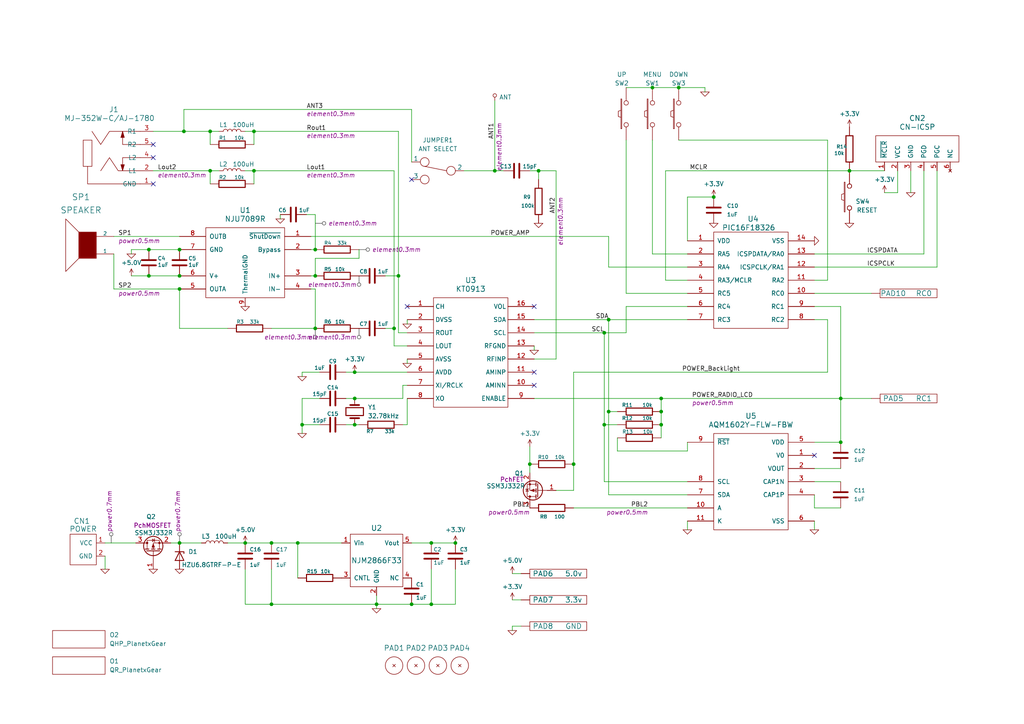
<source format=kicad_sch>
(kicad_sch (version 20230121) (generator eeschema)
  (paper "A4")
  (title_block (title "KT0913_Digital_Radio") (date "2023-10-22") (rev "0.1"))
  (lib_symbols
    (symbol "my_lib:+3.3V" (power) (pin_names (offset 0))
      (property "Value" "+3.3V" (at 0 2.794 0))
      (symbol "+3.3V_0_0"
        (pin power_in line (at 0 0 180) (length 0) hide (name "+3.3V") (number "1"))
      )
    )
    (symbol "my_lib:+5.0V" (power) (pin_names (offset 0))
      (property "Value" "+5.0V" (at 0 2.794 0))
      (symbol "+5.0V_0_0"
        (pin power_in line (at 0 0 180) (length 0) hide (name "+5.0V") (number "1"))
      )
    )
    (symbol "my_lib:ANT" (pin_names (offset 0))
      (property "Value" "ANT" (at 6.35 6.985 0))
      (symbol "ANT_1_0"
        (pin passive line (at 0 0 180) (length 0) hide (name "ANT") (number "1"))
      )
    )
    (symbol "my_lib:C" (pin_numbers hide) (pin_names (offset 0.254))
      (property "Reference" "C" (at 0 2.54 0))
      (property "Value" "C" (at 0.1524 -2.159 0))
      (symbol "C_1_1"
        (pin passive line (at 0 3.81 270) (length 3.048) (name "~") (number "1"))
        (pin passive line (at 0 -3.81 90) (length 3.048) (name "~") (number "2"))
      )
    )
    (symbol "my_lib:CN-1" (pin_numbers hide) (pin_names (offset 1.016) hide)
      (property "Reference" "PAD" (at -24.13 0 0))
      (property "Value" "CN-1" (at -19.05 0 0))
      (symbol "CN-1_1_1"
        (pin passive line (at 0 0 180) (length 2.54) (name "P") (number "1"))
      )
    )
    (symbol "my_lib:CN-ICSP" (pin_names (offset 1.016))
      (property "Reference" "CN" (at -3.81 11.43 0))
      (property "Value" "CN-ICSP" (at -3.81 -15.24 0))
      (symbol "CN-ICSP_1_1"
        (pin passive line (at 2.54 7.62 180) (length 2.54) (name "~{MCLR}") (number "1"))
        (pin power_in line (at 2.54 3.81 180) (length 2.54) (name "VCC") (number "2"))
        (pin power_in line (at 2.54 0 180) (length 2.54) (name "GND") (number "3"))
        (pin passive line (at 2.54 -3.81 180) (length 2.54) (name "PGD") (number "4"))
        (pin passive line (at 2.54 -7.62 180) (length 2.54) (name "PGC") (number "5"))
        (pin no_connect line (at 2.54 -11.43 180) (length 2.54) (name "NC") (number "6"))
      )
    )
    (symbol "my_lib:CN-POWER" (pin_names (offset 1.016))
      (property "Reference" "CN" (at -3.81 3.81 0))
      (property "Value" "CN-POWER" (at -3.81 -7.62 0))
      (symbol "CN-POWER_1_1"
        (pin power_out line (at 2.54 0 180) (length 2.54) (name "VCC") (number "1"))
        (pin power_out line (at 2.54 -3.81 180) (length 2.54) (name "GND") (number "2"))
      )
    )
    (symbol "my_lib:Crystal" (pin_numbers hide) (pin_names (offset 1.016) hide)
      (property "Reference" "Y" (at 0 3.81 0))
      (property "Value" "Crystal" (at 0 -3.81 0))
      (symbol "Crystal_1_1"
        (pin passive line (at -3.81 0 0) (length 1.27) (name "1") (number "1"))
        (pin passive line (at 3.81 0 180) (length 1.27) (name "2") (number "2"))
      )
    )
    (symbol "my_lib:D_Zener" (pin_numbers hide) (pin_names (offset 1.016) hide)
      (property "Reference" "D" (at 0 2.54 0))
      (property "Value" "D_Zener" (at 0 -2.54 0))
      (symbol "D_Zener_1_1"
        (pin passive line (at -3.81 0 0) (length 2.54) (name "K") (number "1"))
        (pin passive line (at 3.81 0 180) (length 2.54) (name "A") (number "2"))
      )
    )
    (symbol "my_lib:GND" (power) (pin_names (offset 0))
      (symbol "GND_1_1"
        (pin power_in line (at 0 0 90) (length 0) hide (name "GND") (number "1"))
      )
    )
    (symbol "my_lib:Jack_EarPhone" (pin_names (offset 1.016))
      (property "Reference" "J" (at 0 16.51 0))
      (property "Value" "Jack_EarPhone" (at 0 13.97 0))
      (symbol "Jack_EarPhone_1_1"
        (pin passive line (at 11.43 7.62 180) (length 3.81) (name "GND") (number "1"))
        (pin passive line (at 11.43 3.81 180) (length 3.81) (name "L1") (number "2"))
        (pin passive line (at 11.43 -7.62 180) (length 3.81) (name "R1") (number "3"))
        (pin passive line (at 11.43 0 180) (length 3.81) (name "L2") (number "4"))
        (pin passive line (at 11.43 -3.81 180) (length 3.81) (name "R2") (number "5"))
      )
    )
    (symbol "my_lib:KT0913"
      (property "Reference" "U" (at 0 15.24 0))
      (property "Value" "KT0913" (at 0 12.7 0))
      (symbol "KT0913_1_1"
        (pin passive line (at -19.05 11.43 0) (length 7.62) (name "CH") (number "1"))
        (pin passive line (at 17.78 -11.43 180) (length 7.62) (name "AMINN") (number "10"))
        (pin passive line (at 17.78 -7.62 180) (length 7.62) (name "AMINP") (number "11"))
        (pin passive line (at 17.78 -3.81 180) (length 7.62) (name "RFINP") (number "12"))
        (pin passive line (at 17.78 0 180) (length 7.62) (name "RFGND") (number "13"))
        (pin bidirectional line (at 17.78 3.81 180) (length 7.62) (name "SCL") (number "14"))
        (pin bidirectional line (at 17.78 7.62 180) (length 7.62) (name "SDA") (number "15"))
        (pin passive line (at 17.78 11.43 180) (length 7.62) (name "VOL") (number "16"))
        (pin power_in line (at -19.05 7.62 0) (length 7.62) (name "DVSS") (number "2"))
        (pin output line (at -19.05 3.81 0) (length 7.62) (name "ROUT") (number "3"))
        (pin output line (at -19.05 0 0) (length 7.62) (name "LOUT") (number "4"))
        (pin power_in line (at -19.05 -3.81 0) (length 7.62) (name "AVSS") (number "5"))
        (pin power_in line (at -19.05 -7.62 0) (length 7.62) (name "AVDD") (number "6"))
        (pin passive line (at -19.05 -11.43 0) (length 7.62) (name "XI/RCLK") (number "7"))
        (pin passive line (at -19.05 -15.24 0) (length 7.62) (name "XO") (number "8"))
        (pin passive line (at 17.78 -15.24 180) (length 7.62) (name "ENABLE") (number "9"))
      )
    )
    (symbol "my_lib:L" (pin_numbers hide) (pin_names (offset 1.016) hide)
      (property "Reference" "L" (at -1.27 0 90))
      (property "Value" "L" (at 1.905 0 90))
      (symbol "L_1_1"
        (pin passive line (at 0 3.81 270) (length 1.27) (name "1") (number "1"))
        (pin passive line (at 0 -3.81 90) (length 1.27) (name "2") (number "2"))
      )
    )
    (symbol "my_lib:LCD_I2C_AQM1602Y-FLW-FBW" (pin_names (offset 1.016))
      (property "Reference" "U" (at -1.27 15.24 0))
      (property "Value" "AQM1602Y-FLW-FBW" (at 0 -16.51 0))
      (symbol "LCD_I2C_AQM1602Y-FLW-FBW_1_1"
        (pin power_in line (at 17.78 7.62 180) (length 7.62) (name "V0") (number "1"))
        (pin input line (at -19.05 -7.62 0) (length 7.62) (name "A") (number "10"))
        (pin input line (at -19.05 -11.43 0) (length 7.62) (name "K") (number "11"))
        (pin output line (at 17.78 3.81 180) (length 7.62) (name "VOUT") (number "2"))
        (pin passive line (at 17.78 0 180) (length 7.62) (name "CAP1N") (number "3"))
        (pin passive line (at 17.78 -3.81 180) (length 7.62) (name "CAP1P") (number "4"))
        (pin power_in line (at 17.78 11.43 180) (length 7.62) (name "VDD") (number "5"))
        (pin power_in line (at 17.78 -11.43 180) (length 7.62) (name "VSS") (number "6"))
        (pin bidirectional line (at -19.05 -3.81 0) (length 7.62) (name "SDA") (number "7"))
        (pin bidirectional line (at -19.05 0 0) (length 7.62) (name "SCL") (number "8"))
        (pin input line (at -19.05 11.43 0) (length 7.62) (name "~{RST}") (number "9"))
      )
      (symbol "LCD_I2C_AQM1602Y-FLW-FBW_1_2"
        (pin bidirectional line (at -19.05 11.43 0) (length 7.62) (name "SDA") (number "1"))
        (pin input line (at 17.78 0 180) (length 7.62) (name "VSS") (number "11"))
        (pin power_in line (at 17.78 11.43 180) (length 7.62) (name "VDD") (number "14"))
        (pin bidirectional line (at -19.05 7.62 0) (length 7.62) (name "SCL") (number "2"))
        (pin output line (at -19.05 -3.81 0) (length 7.62) (name "VOUT") (number "5"))
        (pin passive line (at -19.05 -7.62 0) (length 7.62) (name "CAP-1N") (number "6"))
        (pin passive line (at -19.05 -11.43 0) (length 7.62) (name "CAP+1P") (number "7"))
        (pin input line (at 17.78 -11.43 180) (length 7.62) (name "~{RST}") (number "8"))
        (pin input line (at -19.05 0 0) (length 5.08) (name "NC") (number "9"))
      )
    )
    (symbol "my_lib:NJM2866F33" (pin_names (offset 1.016))
      (property "Reference" "U" (at 0 11.43 0))
      (property "Value" "NJM2866F33" (at 0 0 0))
      (symbol "NJM2866F33_1_1"
        (pin power_in line (at -10.16 5.08 0) (length 2.54) (name "Vin") (number "1"))
        (pin power_in line (at 0 -10.16 90) (length 2.54) (name "GND") (number "2"))
        (pin passive line (at -10.16 -5.08 0) (length 2.54) (name "CNTL") (number "3"))
        (pin passive line (at 10.16 -5.08 180) (length 2.54) (name "NC") (number "4"))
        (pin power_out line (at 10.16 5.08 180) (length 2.54) (name "Vout") (number "5"))
      )
    )
    (symbol "my_lib:NJU7089R" (pin_names (offset 1.016))
      (property "Reference" "U" (at 0 13.97 0))
      (property "Value" "NJU7089R" (at 0 11.43 0))
      (symbol "NJU7089R_1_1"
        (pin passive line (at -19.05 7.62 0) (length 7.62) (name "~{ShutDown}") (number "1"))
        (pin passive line (at -19.05 3.81 0) (length 7.62) (name "Bypass") (number "2"))
        (pin input line (at -19.05 -3.81 0) (length 7.62) (name "IN+") (number "3"))
        (pin input line (at -19.05 -7.62 0) (length 7.62) (name "IN-") (number "4"))
        (pin output line (at 19.05 -7.62 180) (length 7.62) (name "OUTA") (number "5"))
        (pin power_in line (at 19.05 -3.81 180) (length 7.62) (name "V+") (number "6"))
        (pin power_in line (at 19.05 3.81 180) (length 7.62) (name "GND") (number "7"))
        (pin output line (at 19.05 7.62 180) (length 7.62) (name "OUTB") (number "8"))
        (pin power_in line (at 0 -12.7 90) (length 2.54) (name "ThermalGND") (number "9"))
      )
      (symbol "NJU7089R_1_2"
        (pin power_in line (at -19.05 12.7 0) (length 7.62) (name "VDD") (number "1"))
        (pin bidirectional line (at -19.05 5.08 0) (length 7.62) (name "RA5") (number "2"))
        (pin bidirectional line (at -19.05 -5.08 0) (length 7.62) (name "RA4") (number "3"))
        (pin bidirectional line (at -19.05 -12.7 0) (length 7.62) (name "RA3/MCLR/Vpp") (number "4"))
        (pin bidirectional line (at 17.78 -12.7 180) (length 7.62) (name "RA2") (number "5"))
        (pin bidirectional line (at 17.78 -5.08 180) (length 7.62) (name "ICSPCLK/RA1") (number "6"))
        (pin bidirectional line (at 17.78 5.08 180) (length 7.62) (name "ICSPDAT/RA0") (number "7"))
        (pin power_in line (at 17.78 12.7 180) (length 7.62) (name "VSS") (number "8"))
      )
    )
    (symbol "my_lib:PAD" (pin_numbers hide) (pin_names (offset 1.016) hide)
      (property "Reference" "PAD" (at 0 3.81 0))
      (symbol "PAD_1_1"
        (pin no_connect line (at 0 0 180) (length 0) (name "~") (number "1"))
      )
    )
    (symbol "my_lib:PIC16F18326" (pin_names (offset 1.016))
      (property "Reference" "U" (at -1.27 15.24 0))
      (property "Value" "PIC16F18326" (at 0 -16.51 0))
      (symbol "PIC16F18326_1_1"
        (pin power_in line (at -19.05 11.43 0) (length 7.62) (name "VDD") (number "1"))
        (pin bidirectional line (at 17.78 -3.81 180) (length 7.62) (name "RC0") (number "10"))
        (pin bidirectional line (at 17.78 0 180) (length 7.62) (name "RA2") (number "11"))
        (pin bidirectional line (at 17.78 3.81 180) (length 7.62) (name "ICSPCLK/RA1") (number "12"))
        (pin bidirectional line (at 17.78 7.62 180) (length 7.62) (name "ICSPDATA/RA0") (number "13"))
        (pin power_in line (at 17.78 11.43 180) (length 7.62) (name "VSS") (number "14"))
        (pin bidirectional line (at -19.05 7.62 0) (length 7.62) (name "RA5") (number "2"))
        (pin bidirectional line (at -19.05 3.81 0) (length 7.62) (name "RA4") (number "3"))
        (pin bidirectional line (at -19.05 0 0) (length 7.62) (name "RA3/MCLR") (number "4"))
        (pin bidirectional line (at -19.05 -3.81 0) (length 7.62) (name "RC5") (number "5"))
        (pin bidirectional line (at -19.05 -7.62 0) (length 7.62) (name "RC4") (number "6"))
        (pin bidirectional line (at -19.05 -11.43 0) (length 7.62) (name "RC3") (number "7"))
        (pin bidirectional line (at 17.78 -11.43 180) (length 7.62) (name "RC2") (number "8"))
        (pin bidirectional line (at 17.78 -7.62 180) (length 7.62) (name "RC1") (number "9"))
      )
      (symbol "PIC16F18326_1_2"
        (pin power_in line (at -19.05 11.43 0) (length 7.62) (name "VDD") (number "1"))
        (pin bidirectional line (at 17.78 -3.81 180) (length 7.62) (name "RC0") (number "10"))
        (pin bidirectional line (at 17.78 0 180) (length 7.62) (name "RA2") (number "11"))
        (pin bidirectional line (at 17.78 3.81 180) (length 7.62) (name "ICSPCLK/RA1") (number "12"))
        (pin bidirectional line (at 17.78 7.62 180) (length 7.62) (name "ICSPDATA/RA0") (number "13"))
        (pin power_in line (at 17.78 11.43 180) (length 7.62) (name "VSS") (number "14"))
        (pin bidirectional line (at -19.05 7.62 0) (length 7.62) (name "RA5") (number "2"))
        (pin bidirectional line (at -19.05 3.81 0) (length 7.62) (name "RA4") (number "3"))
        (pin bidirectional line (at -19.05 0 0) (length 7.62) (name "RA3/MCLR") (number "4"))
        (pin bidirectional line (at -19.05 -3.81 0) (length 7.62) (name "RC5") (number "5"))
        (pin bidirectional line (at -19.05 -7.62 0) (length 7.62) (name "RC4") (number "6"))
        (pin bidirectional line (at -19.05 -11.43 0) (length 7.62) (name "RC3") (number "7"))
        (pin bidirectional line (at 17.78 -11.43 180) (length 7.62) (name "RC2") (number "8"))
        (pin bidirectional line (at 17.78 -7.62 180) (length 7.62) (name "RC1") (number "9"))
      )
    )
    (symbol "my_lib:QHP_PlanetxGear" (pin_names (offset 1.016))
      (property "Reference" "O" (at 0 1.27 0))
      (property "Value" "QHP_PlanetxGear" (at 0 -1.27 0))
    )
    (symbol "my_lib:QR_PlanetxGear" (pin_names (offset 1.016))
      (property "Reference" "O" (at 0 1.27 0))
      (property "Value" "QR_PlanetxGear" (at 0 -1.27 0))
    )
    (symbol "my_lib:Q_PMOS_GSD_2" (pin_names (offset 0) hide)
      (property "Reference" "Q" (at 5.08 1.27 0))
      (property "Value" "Q_PMOS_GSD" (at 5.08 -1.27 0))
      (symbol "Q_PMOS_GSD_2_1_1"
        (pin input line (at -5.08 0 0) (length 2.54) (name "G") (number "1"))
        (pin passive line (at 2.54 -5.08 90) (length 2.54) (name "S") (number "2"))
        (pin passive line (at 2.54 5.08 270) (length 2.54) (name "D") (number "3"))
      )
    )
    (symbol "my_lib:R" (pin_numbers hide) (pin_names (offset 0))
      (property "Reference" "R" (at -2.54 0 90))
      (property "Value" "R" (at 0 0 90))
      (symbol "R_1_1"
        (pin passive line (at 0 -6.35 90) (length 2.54) (name "~") (number "1"))
        (pin passive line (at 0 6.35 270) (length 2.54) (name "~") (number "2"))
      )
    )
    (symbol "my_lib:SPEAKER" (pin_numbers hide) (pin_names (offset 0))
      (property "Reference" "SP" (at -2.54 6.35 0))
      (property "Value" "SPEAKER" (at -2.54 -6.35 0))
      (symbol "SPEAKER_1_1"
        (pin passive line (at -7.62 2.54 0) (length 5.08) (name "1") (number "1"))
        (pin passive line (at -7.62 -2.54 0) (length 5.08) (name "2") (number "2"))
      )
    )
    (symbol "my_lib:SWITCH_INV_small2" (pin_numbers hide) (pin_names (offset 0))
      (property "Reference" "SW" (at -5.08 3.81 0))
      (property "Value" "SWITCH_INV" (at -3.81 -3.81 0))
      (symbol "SWITCH_INV_small2_1_1"
        (pin passive line (at 7.62 2.54 180) (length 2.54) (name "1") (number "1"))
        (pin passive line (at -7.62 0 0) (length 2.54) (name "2") (number "2"))
        (pin passive line (at 7.62 -2.54 180) (length 2.54) (name "3") (number "3"))
      )
    )
    (symbol "my_lib:SW_PUSH" (pin_numbers hide) (pin_names (offset 1.016) hide)
      (property "Reference" "SW" (at 3.81 2.794 0))
      (property "Value" "SW_PUSH" (at 0 -2.032 0))
      (symbol "SW_PUSH_0_1"
        (pin passive inverted (at -7.62 0 0) (length 5.08) (name "1") (number "1"))
        (pin passive inverted (at 7.62 0 180) (length 5.08) (name "2") (number "2"))
      )
    )
  )
  (junction (at 43.18 72.39))
  (junction (at 196.85 25.4))
  (junction (at 73.66 49.53))
  (junction (at 78.74 157.48))
  (junction (at 176.53 119.38))
  (junction (at 243.84 128.27))
  (junction (at 153.67 134.62))
  (junction (at 175.26 123.19))
  (junction (at 86.36 157.48))
  (junction (at 73.66 38.1))
  (junction (at 156.21 49.53))
  (junction (at 91.44 80.01))
  (junction (at 60.96 38.1))
  (junction (at 191.77 119.38))
  (junction (at 52.07 83.82))
  (junction (at 119.38 175.26))
  (junction (at 132.08 157.48))
  (junction (at 53.34 38.1))
  (junction (at 176.53 92.71))
  (junction (at 109.22 175.26))
  (junction (at 191.77 123.19))
  (junction (at 43.18 80.01))
  (junction (at 143.51 49.53))
  (junction (at 102.87 107.95))
  (junction (at 125.095 157.48))
  (junction (at 60.96 49.53))
  (junction (at 207.01 57.15))
  (junction (at 52.07 157.48))
  (junction (at 71.12 157.48))
  (junction (at 189.23 25.4))
  (junction (at 87.63 123.19))
  (junction (at 52.07 80.01))
  (junction (at 125.095 175.26))
  (junction (at 246.38 49.53))
  (junction (at 52.07 72.39))
  (junction (at 78.74 175.26))
  (junction (at 91.44 72.39))
  (junction (at 243.84 115.57))
  (junction (at 175.26 96.52))
  (junction (at 102.87 123.19))
  (junction (at 191.77 115.57))
  (junction (at 166.37 134.62))
  (junction (at 91.44 95.25))
  (junction (at 102.87 115.57))
  (junction (at 114.3 95.25))
  (junction (at 115.57 80.01))
  (no_connect (at 44.45 53.34))
  (no_connect (at 119.38 52.07))
  (no_connect (at 154.94 88.9))
  (no_connect (at 44.45 45.72))
  (no_connect (at 118.11 88.9))
  (no_connect (at 154.94 107.95))
  (no_connect (at 44.45 41.91))
  (no_connect (at 236.22 132.08))
  (no_connect (at 154.94 111.76))
  (wire (pts (xy 60.96 38.1) (xy 63.5 38.1)))
  (wire (pts (xy 71.12 157.48) (xy 78.74 157.48)))
  (wire (pts (xy 181.61 40.64) (xy 181.61 85.09)))
  (wire (pts (xy 102.87 107.95) (xy 118.11 107.95)))
  (wire (pts (xy 154.94 92.71) (xy 176.53 92.71)))
  (wire (pts (xy 125.095 165.1) (xy 125.095 175.26)))
  (wire (pts (xy 116.84 123.19) (xy 118.11 123.19)))
  (wire (pts (xy 236.22 73.66) (xy 267.97 73.66)))
  (wire (pts (xy 236.22 139.7) (xy 243.84 139.7)))
  (wire (pts (xy 240.03 92.71) (xy 240.03 107.95)))
  (wire (pts (xy 38.1 73.66) (xy 38.1 72.39)))
  (wire (pts (xy 132.08 175.26) (xy 125.095 175.26)))
  (wire (pts (xy 196.85 25.4) (xy 204.47 25.4)))
  (wire (pts (xy 111.76 80.01) (xy 115.57 80.01)))
  (wire (pts (xy 153.67 49.53) (xy 156.21 49.53)))
  (wire (pts (xy 78.74 175.26) (xy 71.12 175.26)))
  (wire (pts (xy 119.38 157.48) (xy 125.095 157.48)))
  (wire (pts (xy 116.84 111.76) (xy 118.11 111.76)))
  (wire (pts (xy 166.37 107.95) (xy 166.37 134.62)))
  (wire (pts (xy 53.34 31.75) (xy 53.34 38.1)))
  (wire (pts (xy 260.35 49.53) (xy 260.35 55.88)))
  (wire (pts (xy 271.78 49.53) (xy 271.78 77.47)))
  (wire (pts (xy 236.22 128.27) (xy 243.84 128.27)))
  (wire (pts (xy 176.53 92.71) (xy 176.53 119.38)))
  (wire (pts (xy 161.29 142.24) (xy 166.37 142.24)))
  (wire (pts (xy 156.21 49.53) (xy 156.21 52.07)))
  (wire (pts (xy 236.22 77.47) (xy 271.78 77.47)))
  (wire (pts (xy 73.66 49.53) (xy 73.66 53.34)))
  (wire (pts (xy 175.26 139.7) (xy 199.39 139.7)))
  (wire (pts (xy 153.67 129.54) (xy 153.67 134.62)))
  (wire (pts (xy 193.04 81.28) (xy 199.39 81.28)))
  (wire (pts (xy 125.095 157.48) (xy 132.08 157.48)))
  (wire (pts (xy 118.11 104.14) (xy 118.11 105.41)))
  (wire (pts (xy 176.53 143.51) (xy 199.39 143.51)))
  (wire (pts (xy 109.22 175.26) (xy 119.38 175.26)))
  (wire (pts (xy 111.76 95.25) (xy 114.3 95.25)))
  (wire (pts (xy 236.22 135.89) (xy 243.84 135.89)))
  (wire (pts (xy 87.63 109.22) (xy 87.63 107.95)))
  (wire (pts (xy 243.84 88.9) (xy 243.84 115.57)))
  (wire (pts (xy 88.9 62.23) (xy 91.44 62.23)))
  (wire (pts (xy 176.53 119.38) (xy 179.07 119.38)))
  (wire (pts (xy 154.94 115.57) (xy 191.77 115.57)))
  (wire (pts (xy 151.13 181.61) (xy 148.59 181.61)))
  (wire (pts (xy 78.74 157.48) (xy 86.36 157.48)))
  (wire (pts (xy 52.07 95.25) (xy 66.04 95.25)))
  (wire (pts (xy 132.08 165.1) (xy 132.08 175.26)))
  (wire (pts (xy 38.1 72.39) (xy 43.18 72.39)))
  (wire (pts (xy 134.62 49.53) (xy 143.51 49.53)))
  (wire (pts (xy 100.33 123.19) (xy 102.87 123.19)))
  (wire (pts (xy 179.07 130.81) (xy 179.07 127)))
  (wire (pts (xy 189.23 25.4) (xy 196.85 25.4)))
  (wire (pts (xy 53.34 38.1) (xy 60.96 38.1)))
  (wire (pts (xy 73.66 49.53) (xy 114.3 49.53)))
  (wire (pts (xy 87.63 123.19) (xy 92.71 123.19)))
  (wire (pts (xy 148.59 173.99) (xy 151.13 173.99)))
  (wire (pts (xy 90.17 80.01) (xy 91.44 80.01)))
  (wire (pts (xy 116.84 111.76) (xy 116.84 115.57)))
  (wire (pts (xy 204.47 25.4) (xy 204.47 26.67)))
  (wire (pts (xy 236.22 151.13) (xy 236.22 153.67)))
  (wire (pts (xy 71.12 49.53) (xy 73.66 49.53)))
  (wire (pts (xy 176.53 92.71) (xy 199.39 92.71)))
  (wire (pts (xy 52.07 157.48) (xy 58.42 157.48)))
  (wire (pts (xy 109.22 175.26) (xy 78.74 175.26)))
  (wire (pts (xy 161.29 104.14) (xy 154.94 104.14)))
  (wire (pts (xy 175.26 123.19) (xy 175.26 139.7)))
  (wire (pts (xy 119.38 31.75) (xy 53.34 31.75)))
  (wire (pts (xy 60.96 53.34) (xy 60.96 49.53)))
  (wire (pts (xy 115.57 96.52) (xy 118.11 96.52)))
  (wire (pts (xy 246.38 49.53) (xy 256.54 49.53)))
  (wire (pts (xy 33.02 73.66) (xy 33.02 83.82)))
  (wire (pts (xy 91.44 74.93) (xy 91.44 80.01)))
  (wire (pts (xy 175.26 123.19) (xy 179.07 123.19)))
  (wire (pts (xy 191.77 115.57) (xy 191.77 119.38)))
  (wire (pts (xy 199.39 130.81) (xy 179.07 130.81)))
  (wire (pts (xy 73.66 38.1) (xy 115.57 38.1)))
  (wire (pts (xy 87.63 107.95) (xy 92.71 107.95)))
  (wire (pts (xy 199.39 151.13) (xy 199.39 153.67)))
  (wire (pts (xy 236.22 85.09) (xy 252.73 85.09)))
  (wire (pts (xy 92.71 115.57) (xy 87.63 115.57)))
  (wire (pts (xy 49.53 157.48) (xy 52.07 157.48)))
  (wire (pts (xy 109.22 172.72) (xy 109.22 175.26)))
  (wire (pts (xy 260.35 55.88) (xy 256.54 55.88)))
  (wire (pts (xy 38.1 80.01) (xy 43.18 80.01)))
  (wire (pts (xy 102.87 123.19) (xy 104.14 123.19)))
  (wire (pts (xy 176.53 68.58) (xy 176.53 77.47)))
  (wire (pts (xy 166.37 107.95) (xy 240.03 107.95)))
  (wire (pts (xy 100.33 115.57) (xy 102.87 115.57)))
  (wire (pts (xy 114.3 100.33) (xy 118.11 100.33)))
  (wire (pts (xy 243.84 115.57) (xy 243.84 128.27)))
  (wire (pts (xy 199.39 69.85) (xy 199.39 57.15)))
  (wire (pts (xy 236.22 92.71) (xy 240.03 92.71)))
  (wire (pts (xy 154.94 96.52) (xy 175.26 96.52)))
  (wire (pts (xy 267.97 49.53) (xy 267.97 73.66)))
  (wire (pts (xy 264.16 49.53) (xy 264.16 55.88)))
  (wire (pts (xy 43.18 72.39) (xy 52.07 72.39)))
  (wire (pts (xy 71.12 165.1) (xy 71.12 175.26)))
  (wire (pts (xy 71.12 38.1) (xy 73.66 38.1)))
  (wire (pts (xy 193.04 49.53) (xy 193.04 81.28)))
  (wire (pts (xy 115.57 80.01) (xy 115.57 96.52)))
  (wire (pts (xy 90.17 83.82) (xy 91.44 83.82)))
  (wire (pts (xy 115.57 38.1) (xy 115.57 80.01)))
  (wire (pts (xy 148.59 181.61) (xy 148.59 182.88)))
  (wire (pts (xy 161.29 49.53) (xy 161.29 104.14)))
  (wire (pts (xy 166.37 142.24) (xy 166.37 134.62)))
  (wire (pts (xy 43.18 80.01) (xy 52.07 80.01)))
  (wire (pts (xy 87.63 115.57) (xy 87.63 123.19)))
  (wire (pts (xy 66.04 157.48) (xy 71.12 157.48)))
  (wire (pts (xy 181.61 88.9) (xy 199.39 88.9)))
  (wire (pts (xy 153.67 134.62) (xy 153.67 137.16)))
  (wire (pts (xy 44.45 38.1) (xy 53.34 38.1)))
  (wire (pts (xy 33.02 68.58) (xy 52.07 68.58)))
  (wire (pts (xy 30.48 161.29) (xy 30.48 165.1)))
  (wire (pts (xy 100.33 107.95) (xy 102.87 107.95)))
  (wire (pts (xy 91.44 74.93) (xy 104.14 74.93)))
  (wire (pts (xy 175.26 96.52) (xy 175.26 123.19)))
  (wire (pts (xy 240.03 81.28) (xy 236.22 81.28)))
  (wire (pts (xy 193.04 49.53) (xy 246.38 49.53)))
  (wire (pts (xy 109.22 175.26) (xy 109.22 176.53)))
  (wire (pts (xy 119.38 46.99) (xy 119.38 31.75)))
  (wire (pts (xy 199.39 57.15) (xy 207.01 57.15)))
  (wire (pts (xy 102.87 115.57) (xy 116.84 115.57)))
  (wire (pts (xy 90.17 72.39) (xy 91.44 72.39)))
  (wire (pts (xy 143.51 49.53) (xy 146.05 49.53)))
  (wire (pts (xy 73.66 38.1) (xy 73.66 41.91)))
  (wire (pts (xy 91.44 72.39) (xy 91.44 62.23)))
  (wire (pts (xy 181.61 25.4) (xy 189.23 25.4)))
  (wire (pts (xy 87.63 123.19) (xy 87.63 125.73)))
  (wire (pts (xy 191.77 123.19) (xy 191.77 127)))
  (wire (pts (xy 118.11 92.71) (xy 118.11 93.98)))
  (wire (pts (xy 156.21 49.53) (xy 161.29 49.53)))
  (wire (pts (xy 176.53 119.38) (xy 176.53 143.51)))
  (wire (pts (xy 236.22 147.32) (xy 243.84 147.32)))
  (wire (pts (xy 191.77 115.57) (xy 243.84 115.57)))
  (wire (pts (xy 154.94 100.33) (xy 154.94 101.6)))
  (wire (pts (xy 114.3 95.25) (xy 114.3 100.33)))
  (wire (pts (xy 148.59 166.37) (xy 151.13 166.37)))
  (wire (pts (xy 196.85 40.64) (xy 240.03 40.64)))
  (wire (pts (xy 236.22 143.51) (xy 236.22 147.32)))
  (wire (pts (xy 176.53 77.47) (xy 199.39 77.47)))
  (wire (pts (xy 52.07 83.82) (xy 52.07 95.25)))
  (wire (pts (xy 143.51 29.21) (xy 143.51 49.53)))
  (wire (pts (xy 243.84 115.57) (xy 252.73 115.57)))
  (wire (pts (xy 91.44 83.82) (xy 91.44 95.25)))
  (wire (pts (xy 104.14 74.93) (xy 104.14 72.39)))
  (wire (pts (xy 118.11 115.57) (xy 118.11 123.19)))
  (wire (pts (xy 86.36 157.48) (xy 99.06 157.48)))
  (wire (pts (xy 86.36 157.48) (xy 86.36 167.64)))
  (wire (pts (xy 60.96 49.53) (xy 63.5 49.53)))
  (wire (pts (xy 81.28 62.23) (xy 81.28 63.5)))
  (wire (pts (xy 78.74 95.25) (xy 91.44 95.25)))
  (wire (pts (xy 44.45 49.53) (xy 60.96 49.53)))
  (wire (pts (xy 166.37 147.32) (xy 199.39 147.32)))
  (wire (pts (xy 33.02 83.82) (xy 52.07 83.82)))
  (wire (pts (xy 125.095 175.26) (xy 119.38 175.26)))
  (wire (pts (xy 175.26 96.52) (xy 181.61 96.52)))
  (wire (pts (xy 240.03 40.64) (xy 240.03 81.28)))
  (wire (pts (xy 90.17 68.58) (xy 176.53 68.58)))
  (wire (pts (xy 181.61 85.09) (xy 199.39 85.09)))
  (wire (pts (xy 236.22 88.9) (xy 243.84 88.9)))
  (wire (pts (xy 181.61 96.52) (xy 181.61 88.9)))
  (wire (pts (xy 189.23 40.64) (xy 189.23 73.66)))
  (wire (pts (xy 199.39 128.27) (xy 199.39 130.81)))
  (wire (pts (xy 189.23 73.66) (xy 199.39 73.66)))
  (wire (pts (xy 114.3 49.53) (xy 114.3 95.25)))
  (wire (pts (xy 78.74 165.1) (xy 78.74 175.26)))
  (wire (pts (xy 191.77 119.38) (xy 191.77 123.19)))
  (wire (pts (xy 30.48 157.48) (xy 39.37 157.48)))
  (wire (pts (xy 60.96 38.1) (xy 60.96 41.91)))
  (label "ANT1" (at 143.51 35.56 270) (property "Netclass" "element0.3mm" (at 144.78 35.56 90) (effects (font italic) (justify right))))
  (label "Lout2" (at 45.72 49.53 0) (property "Netclass" "element0.3mm" (at 45.72 50.8 0) (effects (font italic) (justify left))))
  (label "PBL1" (at 153.67 147.32 180) (property "Netclass" "power0.5mm" (at 153.67 148.59 0) (effects (font italic) (justify right))))
  (label "Lout1" (at 88.9 49.53 0) (property "Netclass" "element0.3mm" (at 88.9 50.8 0) (effects (font italic) (justify left))))
  (label "PBL2" (at 187.96 147.32 180) (property "Netclass" "power0.5mm" (at 187.96 148.59 0) (effects (font italic) (justify right))))
  (label "ICSPDATA" (at 251.46 73.66 0))
  (label "SCL" (at 175.26 96.52 180))
  (label "SP1" (at 34.29 68.58 0) (property "Netclass" "power0.5mm" (at 34.29 69.85 0) (effects (font italic) (justify left))))
  (label "Rout1" (at 88.9 38.1 0) (property "Netclass" "element0.3mm" (at 88.9 39.37 0) (effects (font italic) (justify left))))
  (label "ANT3" (at 88.9 31.75 0) (property "Netclass" "element0.3mm" (at 88.9 33.02 0) (effects (font italic) (justify left))))
  (label "POWER_AMP" (at 142.24 68.58 0))
  (label "POWER_BackLight" (at 214.63 107.95 180))
  (label "ANT2" (at 161.29 57.15 270) (property "Netclass" "element0.3mm" (at 162.56 57.15 90) (effects (font italic) (justify right))))
  (label "SP2" (at 34.29 83.82 0) (property "Netclass" "power0.5mm" (at 34.29 85.09 0) (effects (font italic) (justify left))))
  (label "SDA" (at 176.53 92.71 180))
  (label "POWER_RADIO_LCD" (at 200.66 115.57 0) (property "Netclass" "power0.5mm" (at 200.66 116.84 0) (effects (font italic) (justify left))))
  (label "ICSPCLK" (at 251.46 77.47 0))
  (label "MCLR" (at 200.025 49.53 0))
  (netclass_flag "" (length 2.54) (shape round) (at 91.44 95.25 180) (property "Netclass" "element0.3mm" (at 90.7415 97.79 0) (effects (font italic) (justify right))))
  (netclass_flag "" (length 2.54) (shape round) (at 91.44 64.77 270) (property "Netclass" "element0.3mm" (at 95.25 64.77 0) (effects (font italic) (justify left))))
  (netclass_flag "" (length 2.54) (shape round) (at 32.258 157.48 0) (property "Netclass" "power0.7mm" (at 31.75 142.24 90) (effects (font italic) (justify right))))
  (netclass_flag "" (length 2.54) (shape round) (at 104.14 95.25 180) (property "Netclass" "element0.3mm" (at 103.4415 97.79 0) (effects (font italic) (justify right))))
  (netclass_flag "" (length 2.54) (shape round) (at 104.14 80.01 180) (property "Netclass" "element0.3mm" (at 103.4415 82.55 0) (effects (font italic) (justify right))))
  (netclass_flag "" (length 2.54) (shape round) (at 104.14 72.39 270) (property "Netclass" "element0.3mm" (at 107.95 72.39 0) (effects (font italic) (justify left))))
  (netclass_flag "" (length 2.54) (shape round) (at 52.07 157.48 0) (property "Netclass" "power0.7mm" (at 51.562 142.24 90) (effects (font italic) (justify right))))
  (symbol (lib_id "my_lib:NJU7089R") (at 71.12 76.2 0) (mirror y) (unit 1)
    (property "Reference" "U1" (at 71.12 60.96 0) (effects (font (size 1.524 1.524))))
    (property "Value" "NJU7089R" (at 71.12 63.5 0) (effects (font (size 1.524 1.524))))
    (property "Footprint" "lib:MSOP-8_3x3mm_P0.65mm_EP1.8x2.6mm_ThermalVias" (effects hide))
  )
  (symbol (lib_id "my_lib:D_Zener") (at 52.07 161.29 270) (unit 1)
    (property "Reference" "D1" (at 54.61 160.02 90) (effects (justify left)))
    (property "Value" "HZU6.8GTRF-P-E" (at 52.705 163.83 90) (effects (justify left)))
    (property "Footprint" "lib:SC-76A" (effects hide))
  )
  (symbol (lib_id "my_lib:L") (at 67.31 49.53 90) (unit 1)
    (property "Reference" "L2" (at 64.77 47.625 90))
    (property "Value" "100uH" (at 70.612 47.625 90))
    (property "Footprint" "lib:L4_MU9mm" (effects hide))
  )
  (symbol (lib_id "my_lib:QR_PlanetxGear") (at 22.86 193.04 0) (unit 1)
    (property "Reference" "O1" (at 31.75 191.77 0) (effects (justify left)))
    (property "Value" "QR_PlanetxGear" (at 31.75 194.31 0) (effects (justify left)))
    (property "Footprint" "lib:QR_PlanetxGear" (effects hide))
  )
  (symbol (lib_id "my_lib:R") (at 160.02 147.32 90) (mirror x) (unit 1)
    (property "Reference" "R8" (at 158.75 149.86 90) (effects (font (size 1.016 1.016)) (justify left)))
    (property "Value" "100" (at 163.83 149.86 90) (effects (font (size 1.016 1.016)) (justify left)))
    (property "Footprint" "lib:R4_MU8mm" (effects hide))
  )
  (symbol (lib_id "my_lib:GND") (at 199.39 153.67 0) (unit 1)
    (property "Reference" "#PWR021" (effects hide))
    (property "Value" "GND" (effects hide))
  )
  (symbol (lib_id "my_lib:CN-1") (at 252.73 85.09 0) (mirror y) (unit 1)
    (property "Reference" "PAD10" (at 259.08 85.09 0) (effects (font (size 1.524 1.524))))
    (property "Value" "RC0" (at 267.97 85.09 0) (effects (font (size 1.524 1.524))))
    (property "Footprint" "lib:PAD1mmX2m" (effects hide))
  )
  (symbol (lib_id "my_lib:SW_PUSH") (at 189.23 33.02 90) (unit 1)
    (property "Reference" "SW1" (at 189.23 24.13 90))
    (property "Value" "MENU" (at 189.23 21.59 90))
    (property "Footprint" "lib:SW_PUSH-6mm_AK" (effects hide))
  )
  (symbol (lib_id "my_lib:SW_PUSH") (at 181.61 33.02 90) (unit 1)
    (property "Reference" "SW2" (at 180.34 24.13 90))
    (property "Value" "UP" (at 180.34 21.59 90))
    (property "Footprint" "lib:SW_PUSH-6mm_AK" (effects hide))
  )
  (symbol (lib_id "my_lib:C") (at 78.74 161.29 0) (unit 1)
    (property "Reference" "C17" (at 80.01 159.385 0) (effects (font (size 1.0922 1.0922)) (justify left)))
    (property "Value" "1uF" (at 80.01 163.83 0) (effects (font (size 1.0922 1.0922)) (justify left)))
    (property "Footprint" "lib:SMD_0603_1608_MU_HandSolder" (effects hide))
  )
  (symbol (lib_id "my_lib:PAD") (at 120.65 193.04 0) (unit 1)
    (property "Reference" "PAD2" (at 120.65 187.96 0) (effects (font (size 1.524 1.524))))
    (property "Value" "PAD" (effects hide))
    (property "Footprint" "lib:PAD3mmX5mm" (effects hide))
  )
  (symbol (lib_id "my_lib:C") (at 243.84 143.51 0) (unit 1)
    (property "Reference" "C11" (at 247.65 142.2399 0) (effects (font (size 1.0922 1.0922)) (justify left)))
    (property "Value" "1uF" (at 247.65 144.7799 0) (effects (font (size 1.0922 1.0922)) (justify left)))
    (property "Footprint" "lib:SMD_0603_1608_MU_HandSolder" (effects hide))
  )
  (symbol (lib_id "my_lib:C") (at 43.18 76.2 0) (unit 1)
    (property "Reference" "C4" (at 45.72 74.93 0) (effects (font (size 1.0922 1.0922)) (justify left)))
    (property "Value" "1uF" (at 45.72 76.835 0) (effects (font (size 1.0922 1.0922)) (justify left)))
    (property "Footprint" "lib:SMD_0603_1608_MU_HandSolder" (effects hide))
  )
  (symbol (lib_id "my_lib:Crystal") (at 102.87 119.38 90) (unit 1)
    (property "Reference" "Y1" (at 106.68 118.11 90) (effects (justify right)))
    (property "Value" "32.78kHz" (at 106.68 120.65 90) (effects (justify right)))
    (property "Footprint" "lib:X_TAL_VT200" (effects hide))
  )
  (symbol (lib_id "my_lib:R") (at 67.31 41.91 270) (unit 1)
    (property "Reference" "R1" (at 63.5 40.005 90) (effects (font (size 1.016 1.016)) (justify left)))
    (property "Value" "10k" (at 67.945 40.005 90) (effects (font (size 1.016 1.016)) (justify left)))
    (property "Footprint" "lib:SMD_0603_1608_MU_HandSolder" (effects hide))
  )
  (symbol (lib_id "my_lib:+3.3V") (at 207.01 57.15 0) (unit 1)
    (property "Reference" "#PWR019" (effects hide))
    (property "Value" "+3.3V" (at 207.01 53.34 0))
  )
  (symbol (lib_id "my_lib:C") (at 107.95 95.25 270) (mirror x) (unit 1)
    (property "Reference" "C7" (at 105.41 93.98 90) (effects (font (size 1.0922 1.0922))))
    (property "Value" "1uF" (at 111.125 93.98 90) (effects (font (size 1.0922 1.0922))))
    (property "Footprint" "lib:SMD_0603_1608_MU_HandSolder" (effects hide))
  )
  (symbol (lib_id "my_lib:R") (at 185.42 119.38 90) (unit 1)
    (property "Reference" "R11" (at 183.515 117.475 90) (effects (font (size 1.016 1.016)) (justify left)))
    (property "Value" "10k" (at 189.23 117.475 90) (effects (font (size 1.016 1.016)) (justify left)))
    (property "Footprint" "lib:SMD_0603_1608_MU_HandSolder" (effects hide))
  )
  (symbol (lib_id "my_lib:C") (at 71.12 161.29 0) (unit 1)
    (property "Reference" "C16" (at 72.39 159.385 0) (effects (font (size 1.0922 1.0922)) (justify left)))
    (property "Value" "1uF" (at 72.39 163.83 0) (effects (font (size 1.0922 1.0922)) (justify left)))
    (property "Footprint" "lib:SMD_0603_1608_MU_HandSolder" (effects hide))
  )
  (symbol (lib_id "my_lib:C") (at 207.01 60.96 0) (unit 1)
    (property "Reference" "C10" (at 210.82 59.6899 0) (effects (font (size 1.0922 1.0922)) (justify left)))
    (property "Value" "1uF" (at 210.82 62.2299 0) (effects (font (size 1.0922 1.0922)) (justify left)))
    (property "Footprint" "lib:SMD_0603_1608_MU_HandSolder" (effects hide))
  )
  (symbol (lib_id "my_lib:C") (at 96.52 115.57 90) (unit 1)
    (property "Reference" "C14" (at 96.52 112.395 90) (effects (font (size 1.0922 1.0922))))
    (property "Value" "15pF" (at 92.71 114.3 90) (effects (font (size 1.0922 1.0922))))
    (property "Footprint" "lib:C2_MU5mm" (effects hide))
  )
  (symbol (lib_id "my_lib:GND") (at 118.11 105.41 0) (unit 1)
    (property "Reference" "#PWR012" (effects hide))
    (property "Value" "GND" (effects hide))
  )
  (symbol (lib_id "my_lib:+3.3V") (at 102.87 107.95 0) (unit 1)
    (property "Reference" "#PWR010" (effects hide))
    (property "Value" "+3.3V" (at 102.87 104.14 0))
  )
  (symbol (lib_id "my_lib:+3.3V") (at 153.67 129.54 0) (unit 1)
    (property "Reference" "#PWR016" (effects hide))
    (property "Value" "+3.3V" (at 153.67 125.73 0))
  )
  (symbol (lib_id "my_lib:LCD_I2C_AQM1602Y-FLW-FBW") (at 218.44 139.7 0) (unit 1)
    (property "Reference" "U5" (at 217.805 120.65 0) (effects (font (size 1.524 1.524))))
    (property "Value" "AQM1602Y-FLW-FBW" (at 217.805 123.19 0) (effects (font (size 1.524 1.524))))
    (property "Footprint" "lib:LCD_AQM1602Y-FLW-FBW" (effects hide))
  )
  (symbol (lib_id "my_lib:C") (at 52.07 76.2 0) (unit 1)
    (property "Reference" "C5" (at 54.61 74.93 0) (effects (font (size 1.0922 1.0922)) (justify left)))
    (property "Value" "1uF" (at 54.61 76.835 0) (effects (font (size 1.0922 1.0922)) (justify left)))
    (property "Footprint" "lib:SMD_0603_1608_MU_HandSolder" (effects hide))
  )
  (symbol (lib_id "my_lib:QHP_PlanetxGear") (at 22.86 185.42 0) (unit 1)
    (property "Reference" "O2" (at 31.75 184.15 0) (effects (justify left)))
    (property "Value" "QHP_PlanetxGear" (at 31.75 186.69 0) (effects (justify left)))
    (property "Footprint" "lib:QHP_PlanetxGear" (effects hide))
  )
  (symbol (lib_id "my_lib:GND") (at 44.45 165.1 0) (unit 1)
    (property "Reference" "#PWR030" (effects hide))
    (property "Value" "GND" (effects hide))
  )
  (symbol (lib_id "my_lib:Q_PMOS_GSD_2") (at 156.21 142.24 180) (unit 1)
    (property "Reference" "Q1" (at 150.622 137.287 0))
    (property "Value" "SSM3J332R" (at 146.685 140.97 0))
    (property "Footprint" "lib:SOT-23-3_MU_Handsoldering" (effects hide))
    (property "フィールド4" "PchFET" (at 148.463 139.065 0))
  )
  (symbol (lib_id "my_lib:L") (at 67.31 38.1 90) (unit 1)
    (property "Reference" "L1" (at 66.04 36.195 90) (effects (justify left)))
    (property "Value" "100uH" (at 73.787 36.195 90) (effects (justify left)))
    (property "Footprint" "lib:L4_MU9mm" (effects hide))
  )
  (symbol (lib_id "my_lib:CN-1") (at 151.13 166.37 0) (mirror y) (unit 1)
    (property "Reference" "PAD6" (at 157.48 166.37 0) (effects (font (size 1.524 1.524))))
    (property "Value" "5.0v" (at 166.37 166.37 0) (effects (font (size 1.524 1.524))))
    (property "Footprint" "lib:PAD1mmX2m" (effects hide))
  )
  (symbol (lib_id "my_lib:GND") (at 246.38 64.77 0) (unit 1)
    (property "Reference" "#PWR025" (effects hide))
    (property "Value" "GND" (effects hide))
  )
  (symbol (lib_id "my_lib:NJM2866F33") (at 109.22 162.56 0) (unit 1)
    (property "Reference" "U2" (at 109.22 153.162 0) (effects (font (size 1.524 1.524))))
    (property "Value" "NJM2866F33" (at 109.22 162.56 0) (effects (font (size 1.524 1.524))))
    (property "Footprint" "lib:SOT-23-5_MU_HandSoldering" (effects hide))
  )
  (symbol (lib_id "my_lib:R") (at 67.31 53.34 270) (unit 1)
    (property "Reference" "R2" (at 63.5 51.435 90) (effects (font (size 1.016 1.016)) (justify left)))
    (property "Value" "10k" (at 67.945 51.435 90) (effects (font (size 1.016 1.016)) (justify left)))
    (property "Footprint" "lib:SMD_0603_1608_MU_HandSolder" (effects hide))
  )
  (symbol (lib_id "my_lib:R") (at 160.02 134.62 90) (mirror x) (unit 1)
    (property "Reference" "R10" (at 159.131 132.588 90) (effects (font (size 1.016 1.016)) (justify left)))
    (property "Value" "10k" (at 163.83 132.588 90) (effects (font (size 1.016 1.016)) (justify left)))
    (property "Footprint" "lib:SMD_0603_1608_MU_HandSolder" (effects hide))
  )
  (symbol (lib_id "my_lib:SPEAKER") (at 25.4 71.12 180) (unit 1)
    (property "Reference" "SP1" (at 23.495 57.15 0) (effects (font (size 1.778 1.778))))
    (property "Value" "SPEAKER" (at 23.495 60.96 0) (effects (font (size 1.778 1.778))))
    (property "Footprint" "lib:TERMINAL_2P" (effects hide))
  )
  (symbol (lib_id "my_lib:PAD") (at 127 193.04 0) (unit 1)
    (property "Reference" "PAD3" (at 127 187.96 0) (effects (font (size 1.524 1.524))))
    (property "Value" "PAD" (effects hide))
    (property "Footprint" "lib:PAD3mmX5mm" (effects hide))
  )
  (symbol (lib_id "my_lib:C") (at 96.52 107.95 90) (unit 1)
    (property "Reference" "C9" (at 96.52 104.775 90) (effects (font (size 1.0922 1.0922))))
    (property "Value" "1uF" (at 92.71 106.68 90) (effects (font (size 1.0922 1.0922))))
    (property "Footprint" "lib:SMD_0603_1608_MU_HandSolder" (effects hide))
  )
  (symbol (lib_id "my_lib:GND") (at 236.22 153.67 0) (unit 1)
    (property "Reference" "#PWR022" (effects hide))
    (property "Value" "GND" (effects hide))
  )
  (symbol (lib_id "my_lib:C") (at 96.52 123.19 90) (unit 1)
    (property "Reference" "C15" (at 96.52 120.015 90) (effects (font (size 1.0922 1.0922))))
    (property "Value" "15pF" (at 92.71 121.92 90) (effects (font (size 1.0922 1.0922))))
    (property "Footprint" "lib:C2_MU5mm" (effects hide))
  )
  (symbol (lib_id "my_lib:GND") (at 204.47 26.67 0) (unit 1)
    (property "Reference" "#PWR028" (effects hide))
    (property "Value" "GND" (effects hide))
  )
  (symbol (lib_id "my_lib:R") (at 97.79 72.39 270) (unit 1)
    (property "Reference" "R4" (at 93.98 70.485 90) (effects (font (size 1.016 1.016)) (justify left)))
    (property "Value" "33k" (at 97.79 70.485 90) (effects (font (size 1.016 1.016)) (justify left)))
    (property "Footprint" "lib:R4_MU8mm" (effects hide))
  )
  (symbol (lib_id "my_lib:GND") (at 118.11 93.98 0) (unit 1)
    (property "Reference" "#PWR011" (effects hide))
    (property "Value" "GND" (effects hide))
  )
  (symbol (lib_id "my_lib:+5.0V") (at 38.1 80.01 0) (unit 1)
    (property "Reference" "#PWR032" (effects hide))
    (property "Value" "+5.0V" (at 38.1 76.2 0))
  )
  (symbol (lib_id "my_lib:GND") (at 236.22 69.85 90) (unit 1)
    (property "Reference" "#PWR023" (effects hide))
    (property "Value" "GND" (effects hide))
  )
  (symbol (lib_id "my_lib:C") (at 119.38 171.45 0) (unit 1)
    (property "Reference" "C1" (at 120.65 169.545 0) (effects (font (size 1.0922 1.0922)) (justify left)))
    (property "Value" "1uF" (at 120.65 173.355 0) (effects (font (size 1.0922 1.0922)) (justify left)))
    (property "Footprint" "lib:SMD_0603_1608_MU_HandSolder" (effects hide))
  )
  (symbol (lib_id "my_lib:+3.3V") (at 246.38 36.83 0) (unit 1)
    (property "Reference" "#PWR024" (effects hide))
    (property "Value" "+3.3V" (at 246.38 33.02 0))
  )
  (symbol (lib_id "my_lib:PAD") (at 133.35 193.04 0) (unit 1)
    (property "Reference" "PAD4" (at 133.35 187.96 0) (effects (font (size 1.524 1.524))))
    (property "Value" "PAD" (effects hide))
    (property "Footprint" "lib:PAD3mmX5mm" (effects hide))
  )
  (symbol (lib_id "my_lib:GND") (at 264.16 55.88 0) (unit 1)
    (property "Reference" "#PWR027" (effects hide))
    (property "Value" "GND" (effects hide))
  )
  (symbol (lib_id "my_lib:GND") (at 109.22 176.53 0) (unit 1)
    (property "Reference" "#PWR05" (effects hide))
    (property "Value" "GND" (effects hide))
  )
  (symbol (lib_id "my_lib:Jack_EarPhone") (at 33.02 45.72 0) (mirror x) (unit 1)
    (property "Reference" "J1" (at 33.02 31.75 0) (effects (font (size 1.524 1.524))))
    (property "Value" "MJ-352W-C/AJ-1780\n" (at 31.75 34.29 0) (effects (font (size 1.524 1.524))))
    (property "Footprint" "lib:JACK_EarPhone_MJ-352W-C_R" (effects hide))
  )
  (symbol (lib_id "my_lib:C") (at 243.84 132.08 0) (unit 1)
    (property "Reference" "C12" (at 247.65 130.8099 0) (effects (font (size 1.0922 1.0922)) (justify left)))
    (property "Value" "1uF" (at 247.65 133.3499 0) (effects (font (size 1.0922 1.0922)) (justify left)))
    (property "Footprint" "lib:SMD_0603_1608_MU_HandSolder" (effects hide))
  )
  (symbol (lib_id "my_lib:+3.3V") (at 132.08 157.48 0) (unit 1)
    (property "Reference" "#PWR09" (effects hide))
    (property "Value" "+3.3V" (at 132.08 153.67 0))
  )
  (symbol (lib_id "my_lib:+5.0V") (at 71.12 157.48 0) (unit 1)
    (property "Reference" "#PWR04" (effects hide))
    (property "Value" "+5.0V" (at 71.12 153.67 0))
  )
  (symbol (lib_id "my_lib:PAD") (at 114.3 193.04 0) (unit 1)
    (property "Reference" "PAD1" (at 114.3 187.96 0) (effects (font (size 1.524 1.524))))
    (property "Value" "PAD" (effects hide))
    (property "Footprint" "lib:PAD3mmX5mm" (effects hide))
  )
  (symbol (lib_id "my_lib:GND") (at 87.63 125.73 0) (unit 1)
    (property "Reference" "#PWR08" (effects hide))
    (property "Value" "GND" (effects hide))
  )
  (symbol (lib_id "my_lib:+5.0V") (at 148.59 166.37 0) (unit 1)
    (property "Reference" "#PWR013" (effects hide))
    (property "Value" "+5.0V" (at 148.59 162.56 0))
  )
  (symbol (lib_id "my_lib:SW_PUSH") (at 246.38 57.15 90) (mirror x) (unit 1)
    (property "Reference" "SW4" (at 250.19 58.42 90))
    (property "Value" "RESET" (at 251.46 60.96 90))
    (property "Footprint" "lib:SW_PUSH_TVAF06-A020B-R" (effects hide))
  )
  (symbol (lib_id "my_lib:SWITCH_INV_small2") (at 127 49.53 0) (mirror y) (unit 1)
    (property "Reference" "JUMPER1" (at 127 40.64 0))
    (property "Value" "ANT SELECT" (at 127 43.18 0))
    (property "Footprint" "lib:JUMPER1-3" (effects hide))
  )
  (symbol (lib_id "my_lib:GND") (at 30.48 165.1 0) (unit 1)
    (property "Reference" "#PWR01" (effects hide))
    (property "Value" "GND" (effects hide))
  )
  (symbol (lib_id "my_lib:Q_PMOS_GSD_2") (at 44.45 160.02 90) (unit 1)
    (property "Reference" "Q2" (at 43.815 149.86 90))
    (property "Value" "SSM3J332R" (at 44.577 154.559 90))
    (property "Footprint" "lib:SOT-23-3_MU_Handsoldering" (effects hide))
    (property "フィールド4" "PchMOSFET" (at 44.196 152.4 90))
  )
  (symbol (lib_id "my_lib:KT0913") (at 137.16 100.33 0) (unit 1)
    (property "Reference" "U3" (at 136.525 81.28 0) (effects (font (size 1.524 1.524))))
    (property "Value" "KT0913" (at 136.525 83.82 0) (effects (font (size 1.524 1.524))))
    (property "Footprint" "lib:SSOP-16_MU_3.9x4.9mm_P0.635mm" (effects hide))
  )
  (symbol (lib_id "my_lib:PIC16F18326") (at 218.44 81.28 0) (unit 1)
    (property "Reference" "U4" (at 218.44 63.5 0) (effects (font (size 1.524 1.524))))
    (property "Value" "PIC16F18326" (at 217.17 66.04 0) (effects (font (size 1.524 1.524))))
    (property "Footprint" "lib:DIP-14_300_MU" (effects hide))
  )
  (symbol (lib_id "my_lib:CN-1") (at 151.13 181.61 0) (mirror y) (unit 1)
    (property "Reference" "PAD8" (at 157.48 181.61 0) (effects (font (size 1.524 1.524))))
    (property "Value" "GND" (at 166.37 181.61 0) (effects (font (size 1.524 1.524))))
    (property "Footprint" "lib:PAD1mmX2m" (effects hide))
  )
  (symbol (lib_id "my_lib:C") (at 107.95 80.01 270) (mirror x) (unit 1)
    (property "Reference" "C8" (at 105.41 78.74 90) (effects (font (size 1.0922 1.0922))))
    (property "Value" "1uF" (at 111.125 78.74 90) (effects (font (size 1.0922 1.0922))))
    (property "Footprint" "lib:SMD_0603_1608_MU_HandSolder" (effects hide))
  )
  (symbol (lib_id "my_lib:ANT") (at 143.51 29.21 0) (unit 1)
    (property "Reference" "ANT1" (effects hide))
    (property "Value" "ANT" (at 144.78 28.194 0) (effects (justify left)))
    (property "Footprint" "lib:PAD1mmX2m" (effects hide))
  )
  (symbol (lib_id "my_lib:R") (at 110.49 123.19 90) (unit 1)
    (property "Reference" "R7" (at 107.315 125.095 90) (effects (font (size 1.016 1.016))))
    (property "Value" "33k" (at 113.03 125.095 90) (effects (font (size 1.016 1.016))))
    (property "Footprint" "lib:R4_MU8mm" (effects hide))
  )
  (symbol (lib_id "my_lib:GND") (at 207.01 64.77 0) (unit 1)
    (property "Reference" "#PWR020" (effects hide))
    (property "Value" "GND" (effects hide))
  )
  (symbol (lib_id "my_lib:GND") (at 81.28 63.5 0) (unit 1)
    (property "Reference" "#PWR06" (effects hide))
    (property "Value" "GND" (effects hide))
  )
  (symbol (lib_id "my_lib:GND") (at 38.1 73.66 0) (unit 1)
    (property "Reference" "#PWR02" (effects hide))
    (property "Value" "GND" (effects hide))
  )
  (symbol (lib_id "my_lib:R") (at 185.42 127 270) (mirror x) (unit 1)
    (property "Reference" "R13" (at 180.467 125.222 90) (effects (font (size 1.016 1.016)) (justify left)))
    (property "Value" "10k" (at 186.436 125.222 90) (effects (font (size 1.016 1.016)) (justify left)))
    (property "Footprint" "lib:SMD_0603_1608_MU_HandSolder" (effects hide))
  )
  (symbol (lib_id "my_lib:R") (at 92.71 167.64 90) (unit 1)
    (property "Reference" "R15" (at 92.075 165.735 90) (effects (font (size 1.016 1.016)) (justify left)))
    (property "Value" "10k" (at 95.885 165.735 90) (effects (font (size 1.016 1.016)) (justify left)))
    (property "Footprint" "lib:SMD_0603_1608_MU_HandSolder" (effects hide))
  )
  (symbol (lib_id "my_lib:R") (at 156.21 58.42 0) (unit 1)
    (property "Reference" "R9" (at 151.765 57.15 0) (effects (font (size 1.016 1.016)) (justify left)))
    (property "Value" "100k" (at 151.13 59.69 0) (effects (font (size 1.016 1.016)) (justify left)))
    (property "Footprint" "lib:R4_MU8mm" (effects hide))
  )
  (symbol (lib_id "my_lib:CN-1") (at 252.73 115.57 0) (mirror y) (unit 1)
    (property "Reference" "PAD5" (at 259.08 115.57 0) (effects (font (size 1.524 1.524))))
    (property "Value" "RC1" (at 267.97 115.57 0) (effects (font (size 1.524 1.524))))
    (property "Footprint" "lib:PAD1mmX2m" (effects hide))
  )
  (symbol (lib_id "my_lib:R") (at 185.42 123.19 90) (unit 1)
    (property "Reference" "R12" (at 183.515 121.285 90) (effects (font (size 1.016 1.016)) (justify left)))
    (property "Value" "10k" (at 189.23 121.285 90) (effects (font (size 1.016 1.016)) (justify left)))
    (property "Footprint" "lib:SMD_0603_1608_MU_HandSolder" (effects hide))
  )
  (symbol (lib_id "my_lib:+3.3V") (at 256.54 55.88 0) (unit 1)
    (property "Reference" "#PWR026" (effects hide))
    (property "Value" "+3.3V" (at 256.54 52.07 0))
  )
  (symbol (lib_id "my_lib:C") (at 149.86 49.53 270) (mirror x) (unit 1)
    (property "Reference" "C13" (at 146.685 48.26 90) (effects (font (size 1.0922 1.0922))))
    (property "Value" "15pF" (at 153.67 48.26 90) (effects (font (size 1.0922 1.0922))))
    (property "Footprint" "lib:C2_MU5mm" (effects hide))
  )
  (symbol (lib_id "my_lib:GND") (at 71.12 88.9 0) (unit 1)
    (property "Reference" "#PWR03" (effects hide))
    (property "Value" "GND" (effects hide))
  )
  (symbol (lib_id "my_lib:GND") (at 148.59 182.88 0) (unit 1)
    (property "Reference" "#PWR015" (effects hide))
    (property "Value" "GND" (effects hide))
  )
  (symbol (lib_id "my_lib:+3.3V") (at 148.59 173.99 0) (unit 1)
    (property "Reference" "#PWR014" (effects hide))
    (property "Value" "+3.3V" (at 148.59 170.18 0))
  )
  (symbol (lib_id "my_lib:R") (at 97.79 95.25 270) (unit 1)
    (property "Reference" "R6" (at 93.98 93.345 90) (effects (font (size 1.016 1.016)) (justify left)))
    (property "Value" "10k" (at 97.155 93.345 90) (effects (font (size 1.016 1.016)) (justify left)))
    (property "Footprint" "lib:SMD_0603_1608_MU_HandSolder" (effects hide))
  )
  (symbol (lib_id "my_lib:CN-1") (at 151.13 173.99 0) (mirror y) (unit 1)
    (property "Reference" "PAD7" (at 157.48 173.99 0) (effects (font (size 1.524 1.524))))
    (property "Value" "3.3v" (at 166.37 173.99 0) (effects (font (size 1.524 1.524))))
    (property "Footprint" "lib:PAD1mmX2m" (effects hide))
  )
  (symbol (lib_id "my_lib:GND") (at 87.63 109.22 0) (unit 1)
    (property "Reference" "#PWR07" (effects hide))
    (property "Value" "GND" (effects hide))
  )
  (symbol (lib_id "my_lib:R") (at 97.79 80.01 270) (unit 1)
    (property "Reference" "R5" (at 93.98 78.105 90) (effects (font (size 1.016 1.016)) (justify left)))
    (property "Value" "10k" (at 97.155 78.105 90) (effects (font (size 1.016 1.016)) (justify left)))
    (property "Footprint" "lib:SMD_0603_1608_MU_HandSolder" (effects hide))
  )
  (symbol (lib_id "my_lib:C") (at 125.095 161.29 0) (unit 1)
    (property "Reference" "C2" (at 125.73 159.385 0) (effects (font (size 1.0922 1.0922)) (justify left)))
    (property "Value" "1uF" (at 125.73 163.195 0) (effects (font (size 1.0922 1.0922)) (justify left)))
    (property "Footprint" "lib:SMD_0603_1608_MU_HandSolder" (effects hide))
  )
  (symbol (lib_id "my_lib:SW_PUSH") (at 196.85 33.02 90) (unit 1)
    (property "Reference" "SW3" (at 196.85 24.13 90))
    (property "Value" "DOWN" (at 196.85 21.59 90))
    (property "Footprint" "lib:SW_PUSH-6mm_AK" (effects hide))
  )
  (symbol (lib_id "my_lib:R") (at 72.39 95.25 270) (unit 1)
    (property "Reference" "R3" (at 68.58 93.345 90) (effects (font (size 1.016 1.016)) (justify left)))
    (property "Value" "33k" (at 72.39 93.345 90) (effects (font (size 1.016 1.016)) (justify left)))
    (property "Footprint" "lib:R4_MU8mm" (effects hide))
  )
  (symbol (lib_id "my_lib:GND") (at 156.21 64.77 0) (unit 1)
    (property "Reference" "#PWR018" (effects hide))
    (property "Value" "GND" (effects hide))
  )
  (symbol (lib_id "my_lib:R") (at 246.38 43.18 0) (unit 1)
    (property "Reference" "R14" (at 242.57 42.545 0) (effects (font (size 1.016 1.016)) (justify left)))
    (property "Value" "10k" (at 241.935 44.45 0) (effects (font (size 1.016 1.016)) (justify left)))
    (property "Footprint" "lib:SMD_0603_1608_MU_HandSolder" (effects hide))
  )
  (symbol (lib_id "my_lib:GND") (at 52.07 165.1 0) (unit 1)
    (property "Reference" "#PWR031" (effects hide))
    (property "Value" "GND" (effects hide))
  )
  (symbol (lib_id "my_lib:C") (at 132.08 161.29 0) (unit 1)
    (property "Reference" "C3" (at 133.35 159.385 0) (effects (font (size 1.0922 1.0922)) (justify left)))
    (property "Value" "1uF" (at 133.35 163.195 0) (effects (font (size 1.0922 1.0922)) (justify left)))
    (property "Footprint" "lib:SMD_0603_1608_MU_HandSolder" (effects hide))
  )
  (symbol (lib_id "my_lib:CN-POWER") (at 27.94 157.48 0) (unit 1)
    (property "Reference" "CN1" (at 23.749 151.13 0) (effects (font (size 1.524 1.524))))
    (property "Value" "POWER" (at 24.13 153.416 0) (effects (font (size 1.524 1.524))))
    (property "Footprint" "lib:TERMINAL_2P_POWER" (effects hide))
  )
  (symbol (lib_id "my_lib:GND") (at 154.94 101.6 0) (unit 1)
    (property "Reference" "#PWR017" (effects hide))
    (property "Value" "GND" (effects hide))
  )
  (symbol (lib_id "my_lib:CN-ICSP") (at 264.16 46.99 90) (mirror x) (unit 1)
    (property "Reference" "CN2" (at 266.065 34.29 90) (effects (font (size 1.524 1.524))))
    (property "Value" "CN-ICSP" (at 266.065 36.83 90) (effects (font (size 1.524 1.524))))
    (property "Footprint" "lib:PINHEAD1-PICkit_ICSP_Tin" (effects hide))
  )
  (symbol (lib_id "my_lib:C") (at 85.09 62.23 270) (mirror x) (unit 1)
    (property "Reference" "C6" (at 81.915 60.96 90) (effects (font (size 1.0922 1.0922))))
    (property "Value" "1uF" (at 88.265 60.96 90) (effects (font (size 1.0922 1.0922))))
    (property "Footprint" "lib:SMD_0603_1608_MU_HandSolder" (effects hide))
  )
  (symbol (lib_id "my_lib:L") (at 62.23 157.48 90) (unit 1)
    (property "Reference" "L3" (at 59.69 155.575 90))
    (property "Value" "100uH" (at 65.532 155.575 90))
    (property "Footprint" "lib:L4_MU10mm" (effects hide))
  )
)
</source>
